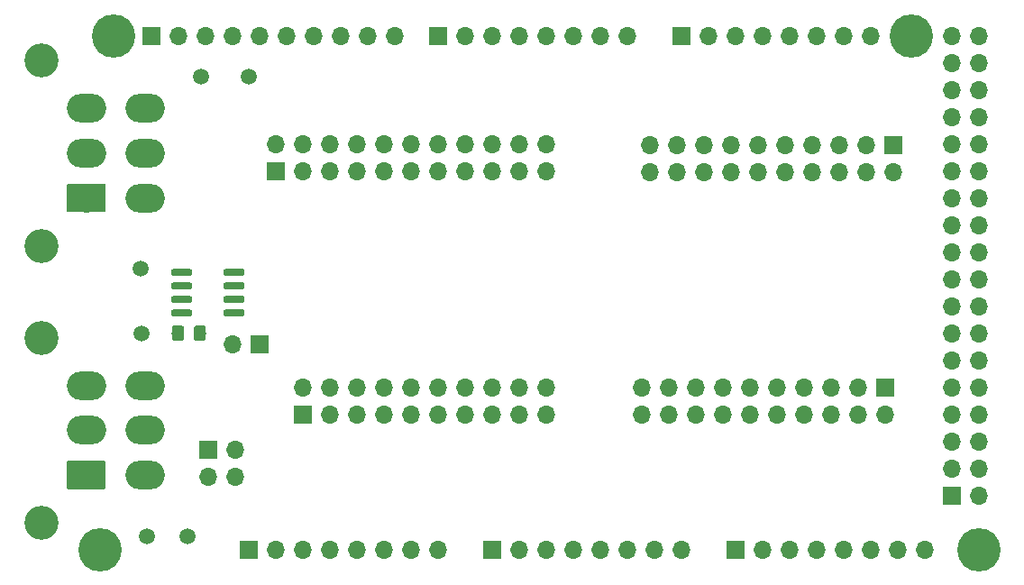
<source format=gbr>
G04 #@! TF.GenerationSoftware,KiCad,Pcbnew,(5.1.4)-1*
G04 #@! TF.CreationDate,2020-11-08T11:56:58-07:00*
G04 #@! TF.ProjectId,ABSIS_Mega,41425349-535f-44d6-9567-612e6b696361,rev?*
G04 #@! TF.SameCoordinates,Original*
G04 #@! TF.FileFunction,Soldermask,Top*
G04 #@! TF.FilePolarity,Negative*
%FSLAX46Y46*%
G04 Gerber Fmt 4.6, Leading zero omitted, Abs format (unit mm)*
G04 Created by KiCad (PCBNEW (5.1.4)-1) date 2020-11-08 11:56:58*
%MOMM*%
%LPD*%
G04 APERTURE LIST*
%ADD10C,0.100000*%
%ADD11C,2.700000*%
%ADD12O,3.700000X2.700000*%
%ADD13C,3.200000*%
%ADD14C,4.064000*%
%ADD15R,1.700000X1.700000*%
%ADD16O,1.700000X1.700000*%
%ADD17C,1.150000*%
%ADD18C,1.500000*%
%ADD19C,0.600000*%
G04 APERTURE END LIST*
D10*
G36*
X117702503Y-84757204D02*
G01*
X117726772Y-84760804D01*
X117750570Y-84766765D01*
X117773670Y-84775030D01*
X117795849Y-84785520D01*
X117816892Y-84798133D01*
X117836598Y-84812748D01*
X117854776Y-84829224D01*
X117871252Y-84847402D01*
X117885867Y-84867108D01*
X117898480Y-84888151D01*
X117908970Y-84910330D01*
X117917235Y-84933430D01*
X117923196Y-84957228D01*
X117926796Y-84981497D01*
X117928000Y-85006001D01*
X117928000Y-87205999D01*
X117926796Y-87230503D01*
X117923196Y-87254772D01*
X117917235Y-87278570D01*
X117908970Y-87301670D01*
X117898480Y-87323849D01*
X117885867Y-87344892D01*
X117871252Y-87364598D01*
X117854776Y-87382776D01*
X117836598Y-87399252D01*
X117816892Y-87413867D01*
X117795849Y-87426480D01*
X117773670Y-87436970D01*
X117750570Y-87445235D01*
X117726772Y-87451196D01*
X117702503Y-87454796D01*
X117677999Y-87456000D01*
X114478001Y-87456000D01*
X114453497Y-87454796D01*
X114429228Y-87451196D01*
X114405430Y-87445235D01*
X114382330Y-87436970D01*
X114360151Y-87426480D01*
X114339108Y-87413867D01*
X114319402Y-87399252D01*
X114301224Y-87382776D01*
X114284748Y-87364598D01*
X114270133Y-87344892D01*
X114257520Y-87323849D01*
X114247030Y-87301670D01*
X114238765Y-87278570D01*
X114232804Y-87254772D01*
X114229204Y-87230503D01*
X114228000Y-87205999D01*
X114228000Y-85006001D01*
X114229204Y-84981497D01*
X114232804Y-84957228D01*
X114238765Y-84933430D01*
X114247030Y-84910330D01*
X114257520Y-84888151D01*
X114270133Y-84867108D01*
X114284748Y-84847402D01*
X114301224Y-84829224D01*
X114319402Y-84812748D01*
X114339108Y-84798133D01*
X114360151Y-84785520D01*
X114382330Y-84775030D01*
X114405430Y-84766765D01*
X114429228Y-84760804D01*
X114453497Y-84757204D01*
X114478001Y-84756000D01*
X117677999Y-84756000D01*
X117702503Y-84757204D01*
X117702503Y-84757204D01*
G37*
D11*
X116078000Y-86106000D03*
D12*
X116078000Y-81906000D03*
X116078000Y-77706000D03*
X121578000Y-86106000D03*
X121578000Y-81906000D03*
X121578000Y-77706000D03*
D13*
X111878000Y-90606000D03*
X111878000Y-73206000D03*
D14*
X117348000Y-119126000D03*
X199898000Y-119126000D03*
X118618000Y-70866000D03*
X193548000Y-70866000D03*
D15*
X197358000Y-114046000D03*
D16*
X199898000Y-114046000D03*
X197358000Y-111506000D03*
X199898000Y-111506000D03*
X197358000Y-108966000D03*
X199898000Y-108966000D03*
X197358000Y-106426000D03*
X199898000Y-106426000D03*
X197358000Y-103886000D03*
X199898000Y-103886000D03*
X197358000Y-101346000D03*
X199898000Y-101346000D03*
X197358000Y-98806000D03*
X199898000Y-98806000D03*
X197358000Y-96266000D03*
X199898000Y-96266000D03*
X197358000Y-93726000D03*
X199898000Y-93726000D03*
X197358000Y-91186000D03*
X199898000Y-91186000D03*
X197358000Y-88646000D03*
X199898000Y-88646000D03*
X197358000Y-86106000D03*
X199898000Y-86106000D03*
X197358000Y-83566000D03*
X199898000Y-83566000D03*
X197358000Y-81026000D03*
X199898000Y-81026000D03*
X197358000Y-78486000D03*
X199898000Y-78486000D03*
X197358000Y-75946000D03*
X199898000Y-75946000D03*
X197358000Y-73406000D03*
X199898000Y-73406000D03*
X197358000Y-70866000D03*
X199898000Y-70866000D03*
D15*
X131318000Y-119126000D03*
D16*
X133858000Y-119126000D03*
X136398000Y-119126000D03*
X138938000Y-119126000D03*
X141478000Y-119126000D03*
X144018000Y-119126000D03*
X146558000Y-119126000D03*
X149098000Y-119126000D03*
D15*
X154178000Y-119126000D03*
D16*
X156718000Y-119126000D03*
X159258000Y-119126000D03*
X161798000Y-119126000D03*
X164338000Y-119126000D03*
X166878000Y-119126000D03*
X169418000Y-119126000D03*
X171958000Y-119126000D03*
D15*
X177038000Y-119126000D03*
D16*
X179578000Y-119126000D03*
X182118000Y-119126000D03*
X184658000Y-119126000D03*
X187198000Y-119126000D03*
X189738000Y-119126000D03*
X192278000Y-119126000D03*
X194818000Y-119126000D03*
D15*
X122174000Y-70866000D03*
D16*
X124714000Y-70866000D03*
X127254000Y-70866000D03*
X129794000Y-70866000D03*
X132334000Y-70866000D03*
X134874000Y-70866000D03*
X137414000Y-70866000D03*
X139954000Y-70866000D03*
X142494000Y-70866000D03*
X145034000Y-70866000D03*
X166878000Y-70866000D03*
X164338000Y-70866000D03*
X161798000Y-70866000D03*
X159258000Y-70866000D03*
X156718000Y-70866000D03*
X154178000Y-70866000D03*
X151638000Y-70866000D03*
D15*
X149098000Y-70866000D03*
D16*
X189738000Y-70866000D03*
X187198000Y-70866000D03*
X184658000Y-70866000D03*
X182118000Y-70866000D03*
X179578000Y-70866000D03*
X177038000Y-70866000D03*
X174498000Y-70866000D03*
D15*
X171958000Y-70866000D03*
D10*
G36*
X127104505Y-98107204D02*
G01*
X127128773Y-98110804D01*
X127152572Y-98116765D01*
X127175671Y-98125030D01*
X127197850Y-98135520D01*
X127218893Y-98148132D01*
X127238599Y-98162747D01*
X127256777Y-98179223D01*
X127273253Y-98197401D01*
X127287868Y-98217107D01*
X127300480Y-98238150D01*
X127310970Y-98260329D01*
X127319235Y-98283428D01*
X127325196Y-98307227D01*
X127328796Y-98331495D01*
X127330000Y-98355999D01*
X127330000Y-99256001D01*
X127328796Y-99280505D01*
X127325196Y-99304773D01*
X127319235Y-99328572D01*
X127310970Y-99351671D01*
X127300480Y-99373850D01*
X127287868Y-99394893D01*
X127273253Y-99414599D01*
X127256777Y-99432777D01*
X127238599Y-99449253D01*
X127218893Y-99463868D01*
X127197850Y-99476480D01*
X127175671Y-99486970D01*
X127152572Y-99495235D01*
X127128773Y-99501196D01*
X127104505Y-99504796D01*
X127080001Y-99506000D01*
X126429999Y-99506000D01*
X126405495Y-99504796D01*
X126381227Y-99501196D01*
X126357428Y-99495235D01*
X126334329Y-99486970D01*
X126312150Y-99476480D01*
X126291107Y-99463868D01*
X126271401Y-99449253D01*
X126253223Y-99432777D01*
X126236747Y-99414599D01*
X126222132Y-99394893D01*
X126209520Y-99373850D01*
X126199030Y-99351671D01*
X126190765Y-99328572D01*
X126184804Y-99304773D01*
X126181204Y-99280505D01*
X126180000Y-99256001D01*
X126180000Y-98355999D01*
X126181204Y-98331495D01*
X126184804Y-98307227D01*
X126190765Y-98283428D01*
X126199030Y-98260329D01*
X126209520Y-98238150D01*
X126222132Y-98217107D01*
X126236747Y-98197401D01*
X126253223Y-98179223D01*
X126271401Y-98162747D01*
X126291107Y-98148132D01*
X126312150Y-98135520D01*
X126334329Y-98125030D01*
X126357428Y-98116765D01*
X126381227Y-98110804D01*
X126405495Y-98107204D01*
X126429999Y-98106000D01*
X127080001Y-98106000D01*
X127104505Y-98107204D01*
X127104505Y-98107204D01*
G37*
D17*
X126755000Y-98806000D03*
D10*
G36*
X125054505Y-98107204D02*
G01*
X125078773Y-98110804D01*
X125102572Y-98116765D01*
X125125671Y-98125030D01*
X125147850Y-98135520D01*
X125168893Y-98148132D01*
X125188599Y-98162747D01*
X125206777Y-98179223D01*
X125223253Y-98197401D01*
X125237868Y-98217107D01*
X125250480Y-98238150D01*
X125260970Y-98260329D01*
X125269235Y-98283428D01*
X125275196Y-98307227D01*
X125278796Y-98331495D01*
X125280000Y-98355999D01*
X125280000Y-99256001D01*
X125278796Y-99280505D01*
X125275196Y-99304773D01*
X125269235Y-99328572D01*
X125260970Y-99351671D01*
X125250480Y-99373850D01*
X125237868Y-99394893D01*
X125223253Y-99414599D01*
X125206777Y-99432777D01*
X125188599Y-99449253D01*
X125168893Y-99463868D01*
X125147850Y-99476480D01*
X125125671Y-99486970D01*
X125102572Y-99495235D01*
X125078773Y-99501196D01*
X125054505Y-99504796D01*
X125030001Y-99506000D01*
X124379999Y-99506000D01*
X124355495Y-99504796D01*
X124331227Y-99501196D01*
X124307428Y-99495235D01*
X124284329Y-99486970D01*
X124262150Y-99476480D01*
X124241107Y-99463868D01*
X124221401Y-99449253D01*
X124203223Y-99432777D01*
X124186747Y-99414599D01*
X124172132Y-99394893D01*
X124159520Y-99373850D01*
X124149030Y-99351671D01*
X124140765Y-99328572D01*
X124134804Y-99304773D01*
X124131204Y-99280505D01*
X124130000Y-99256001D01*
X124130000Y-98355999D01*
X124131204Y-98331495D01*
X124134804Y-98307227D01*
X124140765Y-98283428D01*
X124149030Y-98260329D01*
X124159520Y-98238150D01*
X124172132Y-98217107D01*
X124186747Y-98197401D01*
X124203223Y-98179223D01*
X124221401Y-98162747D01*
X124241107Y-98148132D01*
X124262150Y-98135520D01*
X124284329Y-98125030D01*
X124307428Y-98116765D01*
X124331227Y-98110804D01*
X124355495Y-98107204D01*
X124379999Y-98106000D01*
X125030001Y-98106000D01*
X125054505Y-98107204D01*
X125054505Y-98107204D01*
G37*
D17*
X124705000Y-98806000D03*
D13*
X111878000Y-99241000D03*
X111878000Y-116641000D03*
D12*
X121578000Y-103741000D03*
X121578000Y-107941000D03*
X121578000Y-112141000D03*
X116078000Y-103741000D03*
X116078000Y-107941000D03*
D10*
G36*
X117702503Y-110792204D02*
G01*
X117726772Y-110795804D01*
X117750570Y-110801765D01*
X117773670Y-110810030D01*
X117795849Y-110820520D01*
X117816892Y-110833133D01*
X117836598Y-110847748D01*
X117854776Y-110864224D01*
X117871252Y-110882402D01*
X117885867Y-110902108D01*
X117898480Y-110923151D01*
X117908970Y-110945330D01*
X117917235Y-110968430D01*
X117923196Y-110992228D01*
X117926796Y-111016497D01*
X117928000Y-111041001D01*
X117928000Y-113240999D01*
X117926796Y-113265503D01*
X117923196Y-113289772D01*
X117917235Y-113313570D01*
X117908970Y-113336670D01*
X117898480Y-113358849D01*
X117885867Y-113379892D01*
X117871252Y-113399598D01*
X117854776Y-113417776D01*
X117836598Y-113434252D01*
X117816892Y-113448867D01*
X117795849Y-113461480D01*
X117773670Y-113471970D01*
X117750570Y-113480235D01*
X117726772Y-113486196D01*
X117702503Y-113489796D01*
X117677999Y-113491000D01*
X114478001Y-113491000D01*
X114453497Y-113489796D01*
X114429228Y-113486196D01*
X114405430Y-113480235D01*
X114382330Y-113471970D01*
X114360151Y-113461480D01*
X114339108Y-113448867D01*
X114319402Y-113434252D01*
X114301224Y-113417776D01*
X114284748Y-113399598D01*
X114270133Y-113379892D01*
X114257520Y-113358849D01*
X114247030Y-113336670D01*
X114238765Y-113313570D01*
X114232804Y-113289772D01*
X114229204Y-113265503D01*
X114228000Y-113240999D01*
X114228000Y-111041001D01*
X114229204Y-111016497D01*
X114232804Y-110992228D01*
X114238765Y-110968430D01*
X114247030Y-110945330D01*
X114257520Y-110923151D01*
X114270133Y-110902108D01*
X114284748Y-110882402D01*
X114301224Y-110864224D01*
X114319402Y-110847748D01*
X114339108Y-110833133D01*
X114360151Y-110820520D01*
X114382330Y-110810030D01*
X114405430Y-110801765D01*
X114429228Y-110795804D01*
X114453497Y-110792204D01*
X114478001Y-110791000D01*
X117677999Y-110791000D01*
X117702503Y-110792204D01*
X117702503Y-110792204D01*
G37*
D11*
X116078000Y-112141000D03*
D15*
X133858000Y-83566000D03*
D16*
X133858000Y-81026000D03*
X136398000Y-83566000D03*
X136398000Y-81026000D03*
X138938000Y-83566000D03*
X138938000Y-81026000D03*
X141478000Y-83566000D03*
X141478000Y-81026000D03*
X144018000Y-83566000D03*
X144018000Y-81026000D03*
X146558000Y-83566000D03*
X146558000Y-81026000D03*
X149098000Y-83566000D03*
X149098000Y-81026000D03*
X151638000Y-83566000D03*
X151638000Y-81026000D03*
X154178000Y-83566000D03*
X154178000Y-81026000D03*
X156718000Y-83566000D03*
X156718000Y-81026000D03*
X159258000Y-83566000D03*
X159258000Y-81026000D03*
D15*
X136398000Y-106426000D03*
D16*
X136398000Y-103886000D03*
X138938000Y-106426000D03*
X138938000Y-103886000D03*
X141478000Y-106426000D03*
X141478000Y-103886000D03*
X144018000Y-106426000D03*
X144018000Y-103886000D03*
X146558000Y-106426000D03*
X146558000Y-103886000D03*
X149098000Y-106426000D03*
X149098000Y-103886000D03*
X151638000Y-106426000D03*
X151638000Y-103886000D03*
X154178000Y-106426000D03*
X154178000Y-103886000D03*
X156718000Y-106426000D03*
X156718000Y-103886000D03*
X159258000Y-106426000D03*
X159258000Y-103886000D03*
D15*
X132334000Y-99822000D03*
D16*
X129794000Y-99822000D03*
D18*
X126873000Y-74676000D03*
X125603000Y-117856000D03*
X121793000Y-117856000D03*
X131318000Y-74676000D03*
X121221500Y-92710000D03*
X121285000Y-98869500D03*
D10*
G36*
X130822703Y-96601722D02*
G01*
X130837264Y-96603882D01*
X130851543Y-96607459D01*
X130865403Y-96612418D01*
X130878710Y-96618712D01*
X130891336Y-96626280D01*
X130903159Y-96635048D01*
X130914066Y-96644934D01*
X130923952Y-96655841D01*
X130932720Y-96667664D01*
X130940288Y-96680290D01*
X130946582Y-96693597D01*
X130951541Y-96707457D01*
X130955118Y-96721736D01*
X130957278Y-96736297D01*
X130958000Y-96751000D01*
X130958000Y-97051000D01*
X130957278Y-97065703D01*
X130955118Y-97080264D01*
X130951541Y-97094543D01*
X130946582Y-97108403D01*
X130940288Y-97121710D01*
X130932720Y-97134336D01*
X130923952Y-97146159D01*
X130914066Y-97157066D01*
X130903159Y-97166952D01*
X130891336Y-97175720D01*
X130878710Y-97183288D01*
X130865403Y-97189582D01*
X130851543Y-97194541D01*
X130837264Y-97198118D01*
X130822703Y-97200278D01*
X130808000Y-97201000D01*
X129158000Y-97201000D01*
X129143297Y-97200278D01*
X129128736Y-97198118D01*
X129114457Y-97194541D01*
X129100597Y-97189582D01*
X129087290Y-97183288D01*
X129074664Y-97175720D01*
X129062841Y-97166952D01*
X129051934Y-97157066D01*
X129042048Y-97146159D01*
X129033280Y-97134336D01*
X129025712Y-97121710D01*
X129019418Y-97108403D01*
X129014459Y-97094543D01*
X129010882Y-97080264D01*
X129008722Y-97065703D01*
X129008000Y-97051000D01*
X129008000Y-96751000D01*
X129008722Y-96736297D01*
X129010882Y-96721736D01*
X129014459Y-96707457D01*
X129019418Y-96693597D01*
X129025712Y-96680290D01*
X129033280Y-96667664D01*
X129042048Y-96655841D01*
X129051934Y-96644934D01*
X129062841Y-96635048D01*
X129074664Y-96626280D01*
X129087290Y-96618712D01*
X129100597Y-96612418D01*
X129114457Y-96607459D01*
X129128736Y-96603882D01*
X129143297Y-96601722D01*
X129158000Y-96601000D01*
X130808000Y-96601000D01*
X130822703Y-96601722D01*
X130822703Y-96601722D01*
G37*
D19*
X129983000Y-96901000D03*
D10*
G36*
X130822703Y-95331722D02*
G01*
X130837264Y-95333882D01*
X130851543Y-95337459D01*
X130865403Y-95342418D01*
X130878710Y-95348712D01*
X130891336Y-95356280D01*
X130903159Y-95365048D01*
X130914066Y-95374934D01*
X130923952Y-95385841D01*
X130932720Y-95397664D01*
X130940288Y-95410290D01*
X130946582Y-95423597D01*
X130951541Y-95437457D01*
X130955118Y-95451736D01*
X130957278Y-95466297D01*
X130958000Y-95481000D01*
X130958000Y-95781000D01*
X130957278Y-95795703D01*
X130955118Y-95810264D01*
X130951541Y-95824543D01*
X130946582Y-95838403D01*
X130940288Y-95851710D01*
X130932720Y-95864336D01*
X130923952Y-95876159D01*
X130914066Y-95887066D01*
X130903159Y-95896952D01*
X130891336Y-95905720D01*
X130878710Y-95913288D01*
X130865403Y-95919582D01*
X130851543Y-95924541D01*
X130837264Y-95928118D01*
X130822703Y-95930278D01*
X130808000Y-95931000D01*
X129158000Y-95931000D01*
X129143297Y-95930278D01*
X129128736Y-95928118D01*
X129114457Y-95924541D01*
X129100597Y-95919582D01*
X129087290Y-95913288D01*
X129074664Y-95905720D01*
X129062841Y-95896952D01*
X129051934Y-95887066D01*
X129042048Y-95876159D01*
X129033280Y-95864336D01*
X129025712Y-95851710D01*
X129019418Y-95838403D01*
X129014459Y-95824543D01*
X129010882Y-95810264D01*
X129008722Y-95795703D01*
X129008000Y-95781000D01*
X129008000Y-95481000D01*
X129008722Y-95466297D01*
X129010882Y-95451736D01*
X129014459Y-95437457D01*
X129019418Y-95423597D01*
X129025712Y-95410290D01*
X129033280Y-95397664D01*
X129042048Y-95385841D01*
X129051934Y-95374934D01*
X129062841Y-95365048D01*
X129074664Y-95356280D01*
X129087290Y-95348712D01*
X129100597Y-95342418D01*
X129114457Y-95337459D01*
X129128736Y-95333882D01*
X129143297Y-95331722D01*
X129158000Y-95331000D01*
X130808000Y-95331000D01*
X130822703Y-95331722D01*
X130822703Y-95331722D01*
G37*
D19*
X129983000Y-95631000D03*
D10*
G36*
X130822703Y-94061722D02*
G01*
X130837264Y-94063882D01*
X130851543Y-94067459D01*
X130865403Y-94072418D01*
X130878710Y-94078712D01*
X130891336Y-94086280D01*
X130903159Y-94095048D01*
X130914066Y-94104934D01*
X130923952Y-94115841D01*
X130932720Y-94127664D01*
X130940288Y-94140290D01*
X130946582Y-94153597D01*
X130951541Y-94167457D01*
X130955118Y-94181736D01*
X130957278Y-94196297D01*
X130958000Y-94211000D01*
X130958000Y-94511000D01*
X130957278Y-94525703D01*
X130955118Y-94540264D01*
X130951541Y-94554543D01*
X130946582Y-94568403D01*
X130940288Y-94581710D01*
X130932720Y-94594336D01*
X130923952Y-94606159D01*
X130914066Y-94617066D01*
X130903159Y-94626952D01*
X130891336Y-94635720D01*
X130878710Y-94643288D01*
X130865403Y-94649582D01*
X130851543Y-94654541D01*
X130837264Y-94658118D01*
X130822703Y-94660278D01*
X130808000Y-94661000D01*
X129158000Y-94661000D01*
X129143297Y-94660278D01*
X129128736Y-94658118D01*
X129114457Y-94654541D01*
X129100597Y-94649582D01*
X129087290Y-94643288D01*
X129074664Y-94635720D01*
X129062841Y-94626952D01*
X129051934Y-94617066D01*
X129042048Y-94606159D01*
X129033280Y-94594336D01*
X129025712Y-94581710D01*
X129019418Y-94568403D01*
X129014459Y-94554543D01*
X129010882Y-94540264D01*
X129008722Y-94525703D01*
X129008000Y-94511000D01*
X129008000Y-94211000D01*
X129008722Y-94196297D01*
X129010882Y-94181736D01*
X129014459Y-94167457D01*
X129019418Y-94153597D01*
X129025712Y-94140290D01*
X129033280Y-94127664D01*
X129042048Y-94115841D01*
X129051934Y-94104934D01*
X129062841Y-94095048D01*
X129074664Y-94086280D01*
X129087290Y-94078712D01*
X129100597Y-94072418D01*
X129114457Y-94067459D01*
X129128736Y-94063882D01*
X129143297Y-94061722D01*
X129158000Y-94061000D01*
X130808000Y-94061000D01*
X130822703Y-94061722D01*
X130822703Y-94061722D01*
G37*
D19*
X129983000Y-94361000D03*
D10*
G36*
X130822703Y-92791722D02*
G01*
X130837264Y-92793882D01*
X130851543Y-92797459D01*
X130865403Y-92802418D01*
X130878710Y-92808712D01*
X130891336Y-92816280D01*
X130903159Y-92825048D01*
X130914066Y-92834934D01*
X130923952Y-92845841D01*
X130932720Y-92857664D01*
X130940288Y-92870290D01*
X130946582Y-92883597D01*
X130951541Y-92897457D01*
X130955118Y-92911736D01*
X130957278Y-92926297D01*
X130958000Y-92941000D01*
X130958000Y-93241000D01*
X130957278Y-93255703D01*
X130955118Y-93270264D01*
X130951541Y-93284543D01*
X130946582Y-93298403D01*
X130940288Y-93311710D01*
X130932720Y-93324336D01*
X130923952Y-93336159D01*
X130914066Y-93347066D01*
X130903159Y-93356952D01*
X130891336Y-93365720D01*
X130878710Y-93373288D01*
X130865403Y-93379582D01*
X130851543Y-93384541D01*
X130837264Y-93388118D01*
X130822703Y-93390278D01*
X130808000Y-93391000D01*
X129158000Y-93391000D01*
X129143297Y-93390278D01*
X129128736Y-93388118D01*
X129114457Y-93384541D01*
X129100597Y-93379582D01*
X129087290Y-93373288D01*
X129074664Y-93365720D01*
X129062841Y-93356952D01*
X129051934Y-93347066D01*
X129042048Y-93336159D01*
X129033280Y-93324336D01*
X129025712Y-93311710D01*
X129019418Y-93298403D01*
X129014459Y-93284543D01*
X129010882Y-93270264D01*
X129008722Y-93255703D01*
X129008000Y-93241000D01*
X129008000Y-92941000D01*
X129008722Y-92926297D01*
X129010882Y-92911736D01*
X129014459Y-92897457D01*
X129019418Y-92883597D01*
X129025712Y-92870290D01*
X129033280Y-92857664D01*
X129042048Y-92845841D01*
X129051934Y-92834934D01*
X129062841Y-92825048D01*
X129074664Y-92816280D01*
X129087290Y-92808712D01*
X129100597Y-92802418D01*
X129114457Y-92797459D01*
X129128736Y-92793882D01*
X129143297Y-92791722D01*
X129158000Y-92791000D01*
X130808000Y-92791000D01*
X130822703Y-92791722D01*
X130822703Y-92791722D01*
G37*
D19*
X129983000Y-93091000D03*
D10*
G36*
X125872703Y-92791722D02*
G01*
X125887264Y-92793882D01*
X125901543Y-92797459D01*
X125915403Y-92802418D01*
X125928710Y-92808712D01*
X125941336Y-92816280D01*
X125953159Y-92825048D01*
X125964066Y-92834934D01*
X125973952Y-92845841D01*
X125982720Y-92857664D01*
X125990288Y-92870290D01*
X125996582Y-92883597D01*
X126001541Y-92897457D01*
X126005118Y-92911736D01*
X126007278Y-92926297D01*
X126008000Y-92941000D01*
X126008000Y-93241000D01*
X126007278Y-93255703D01*
X126005118Y-93270264D01*
X126001541Y-93284543D01*
X125996582Y-93298403D01*
X125990288Y-93311710D01*
X125982720Y-93324336D01*
X125973952Y-93336159D01*
X125964066Y-93347066D01*
X125953159Y-93356952D01*
X125941336Y-93365720D01*
X125928710Y-93373288D01*
X125915403Y-93379582D01*
X125901543Y-93384541D01*
X125887264Y-93388118D01*
X125872703Y-93390278D01*
X125858000Y-93391000D01*
X124208000Y-93391000D01*
X124193297Y-93390278D01*
X124178736Y-93388118D01*
X124164457Y-93384541D01*
X124150597Y-93379582D01*
X124137290Y-93373288D01*
X124124664Y-93365720D01*
X124112841Y-93356952D01*
X124101934Y-93347066D01*
X124092048Y-93336159D01*
X124083280Y-93324336D01*
X124075712Y-93311710D01*
X124069418Y-93298403D01*
X124064459Y-93284543D01*
X124060882Y-93270264D01*
X124058722Y-93255703D01*
X124058000Y-93241000D01*
X124058000Y-92941000D01*
X124058722Y-92926297D01*
X124060882Y-92911736D01*
X124064459Y-92897457D01*
X124069418Y-92883597D01*
X124075712Y-92870290D01*
X124083280Y-92857664D01*
X124092048Y-92845841D01*
X124101934Y-92834934D01*
X124112841Y-92825048D01*
X124124664Y-92816280D01*
X124137290Y-92808712D01*
X124150597Y-92802418D01*
X124164457Y-92797459D01*
X124178736Y-92793882D01*
X124193297Y-92791722D01*
X124208000Y-92791000D01*
X125858000Y-92791000D01*
X125872703Y-92791722D01*
X125872703Y-92791722D01*
G37*
D19*
X125033000Y-93091000D03*
D10*
G36*
X125872703Y-94061722D02*
G01*
X125887264Y-94063882D01*
X125901543Y-94067459D01*
X125915403Y-94072418D01*
X125928710Y-94078712D01*
X125941336Y-94086280D01*
X125953159Y-94095048D01*
X125964066Y-94104934D01*
X125973952Y-94115841D01*
X125982720Y-94127664D01*
X125990288Y-94140290D01*
X125996582Y-94153597D01*
X126001541Y-94167457D01*
X126005118Y-94181736D01*
X126007278Y-94196297D01*
X126008000Y-94211000D01*
X126008000Y-94511000D01*
X126007278Y-94525703D01*
X126005118Y-94540264D01*
X126001541Y-94554543D01*
X125996582Y-94568403D01*
X125990288Y-94581710D01*
X125982720Y-94594336D01*
X125973952Y-94606159D01*
X125964066Y-94617066D01*
X125953159Y-94626952D01*
X125941336Y-94635720D01*
X125928710Y-94643288D01*
X125915403Y-94649582D01*
X125901543Y-94654541D01*
X125887264Y-94658118D01*
X125872703Y-94660278D01*
X125858000Y-94661000D01*
X124208000Y-94661000D01*
X124193297Y-94660278D01*
X124178736Y-94658118D01*
X124164457Y-94654541D01*
X124150597Y-94649582D01*
X124137290Y-94643288D01*
X124124664Y-94635720D01*
X124112841Y-94626952D01*
X124101934Y-94617066D01*
X124092048Y-94606159D01*
X124083280Y-94594336D01*
X124075712Y-94581710D01*
X124069418Y-94568403D01*
X124064459Y-94554543D01*
X124060882Y-94540264D01*
X124058722Y-94525703D01*
X124058000Y-94511000D01*
X124058000Y-94211000D01*
X124058722Y-94196297D01*
X124060882Y-94181736D01*
X124064459Y-94167457D01*
X124069418Y-94153597D01*
X124075712Y-94140290D01*
X124083280Y-94127664D01*
X124092048Y-94115841D01*
X124101934Y-94104934D01*
X124112841Y-94095048D01*
X124124664Y-94086280D01*
X124137290Y-94078712D01*
X124150597Y-94072418D01*
X124164457Y-94067459D01*
X124178736Y-94063882D01*
X124193297Y-94061722D01*
X124208000Y-94061000D01*
X125858000Y-94061000D01*
X125872703Y-94061722D01*
X125872703Y-94061722D01*
G37*
D19*
X125033000Y-94361000D03*
D10*
G36*
X125872703Y-95331722D02*
G01*
X125887264Y-95333882D01*
X125901543Y-95337459D01*
X125915403Y-95342418D01*
X125928710Y-95348712D01*
X125941336Y-95356280D01*
X125953159Y-95365048D01*
X125964066Y-95374934D01*
X125973952Y-95385841D01*
X125982720Y-95397664D01*
X125990288Y-95410290D01*
X125996582Y-95423597D01*
X126001541Y-95437457D01*
X126005118Y-95451736D01*
X126007278Y-95466297D01*
X126008000Y-95481000D01*
X126008000Y-95781000D01*
X126007278Y-95795703D01*
X126005118Y-95810264D01*
X126001541Y-95824543D01*
X125996582Y-95838403D01*
X125990288Y-95851710D01*
X125982720Y-95864336D01*
X125973952Y-95876159D01*
X125964066Y-95887066D01*
X125953159Y-95896952D01*
X125941336Y-95905720D01*
X125928710Y-95913288D01*
X125915403Y-95919582D01*
X125901543Y-95924541D01*
X125887264Y-95928118D01*
X125872703Y-95930278D01*
X125858000Y-95931000D01*
X124208000Y-95931000D01*
X124193297Y-95930278D01*
X124178736Y-95928118D01*
X124164457Y-95924541D01*
X124150597Y-95919582D01*
X124137290Y-95913288D01*
X124124664Y-95905720D01*
X124112841Y-95896952D01*
X124101934Y-95887066D01*
X124092048Y-95876159D01*
X124083280Y-95864336D01*
X124075712Y-95851710D01*
X124069418Y-95838403D01*
X124064459Y-95824543D01*
X124060882Y-95810264D01*
X124058722Y-95795703D01*
X124058000Y-95781000D01*
X124058000Y-95481000D01*
X124058722Y-95466297D01*
X124060882Y-95451736D01*
X124064459Y-95437457D01*
X124069418Y-95423597D01*
X124075712Y-95410290D01*
X124083280Y-95397664D01*
X124092048Y-95385841D01*
X124101934Y-95374934D01*
X124112841Y-95365048D01*
X124124664Y-95356280D01*
X124137290Y-95348712D01*
X124150597Y-95342418D01*
X124164457Y-95337459D01*
X124178736Y-95333882D01*
X124193297Y-95331722D01*
X124208000Y-95331000D01*
X125858000Y-95331000D01*
X125872703Y-95331722D01*
X125872703Y-95331722D01*
G37*
D19*
X125033000Y-95631000D03*
D10*
G36*
X125872703Y-96601722D02*
G01*
X125887264Y-96603882D01*
X125901543Y-96607459D01*
X125915403Y-96612418D01*
X125928710Y-96618712D01*
X125941336Y-96626280D01*
X125953159Y-96635048D01*
X125964066Y-96644934D01*
X125973952Y-96655841D01*
X125982720Y-96667664D01*
X125990288Y-96680290D01*
X125996582Y-96693597D01*
X126001541Y-96707457D01*
X126005118Y-96721736D01*
X126007278Y-96736297D01*
X126008000Y-96751000D01*
X126008000Y-97051000D01*
X126007278Y-97065703D01*
X126005118Y-97080264D01*
X126001541Y-97094543D01*
X125996582Y-97108403D01*
X125990288Y-97121710D01*
X125982720Y-97134336D01*
X125973952Y-97146159D01*
X125964066Y-97157066D01*
X125953159Y-97166952D01*
X125941336Y-97175720D01*
X125928710Y-97183288D01*
X125915403Y-97189582D01*
X125901543Y-97194541D01*
X125887264Y-97198118D01*
X125872703Y-97200278D01*
X125858000Y-97201000D01*
X124208000Y-97201000D01*
X124193297Y-97200278D01*
X124178736Y-97198118D01*
X124164457Y-97194541D01*
X124150597Y-97189582D01*
X124137290Y-97183288D01*
X124124664Y-97175720D01*
X124112841Y-97166952D01*
X124101934Y-97157066D01*
X124092048Y-97146159D01*
X124083280Y-97134336D01*
X124075712Y-97121710D01*
X124069418Y-97108403D01*
X124064459Y-97094543D01*
X124060882Y-97080264D01*
X124058722Y-97065703D01*
X124058000Y-97051000D01*
X124058000Y-96751000D01*
X124058722Y-96736297D01*
X124060882Y-96721736D01*
X124064459Y-96707457D01*
X124069418Y-96693597D01*
X124075712Y-96680290D01*
X124083280Y-96667664D01*
X124092048Y-96655841D01*
X124101934Y-96644934D01*
X124112841Y-96635048D01*
X124124664Y-96626280D01*
X124137290Y-96618712D01*
X124150597Y-96612418D01*
X124164457Y-96607459D01*
X124178736Y-96603882D01*
X124193297Y-96601722D01*
X124208000Y-96601000D01*
X125858000Y-96601000D01*
X125872703Y-96601722D01*
X125872703Y-96601722D01*
G37*
D19*
X125033000Y-96901000D03*
D15*
X191135000Y-103949500D03*
D16*
X191135000Y-106489500D03*
X188595000Y-103949500D03*
X188595000Y-106489500D03*
X186055000Y-103949500D03*
X186055000Y-106489500D03*
X183515000Y-103949500D03*
X183515000Y-106489500D03*
X180975000Y-103949500D03*
X180975000Y-106489500D03*
X178435000Y-103949500D03*
X178435000Y-106489500D03*
X175895000Y-103949500D03*
X175895000Y-106489500D03*
X173355000Y-103949500D03*
X173355000Y-106489500D03*
X170815000Y-103949500D03*
X170815000Y-106489500D03*
X168275000Y-103949500D03*
X168275000Y-106489500D03*
X169037000Y-83693000D03*
X169037000Y-81153000D03*
X171577000Y-83693000D03*
X171577000Y-81153000D03*
X174117000Y-83693000D03*
X174117000Y-81153000D03*
X176657000Y-83693000D03*
X176657000Y-81153000D03*
X179197000Y-83693000D03*
X179197000Y-81153000D03*
X181737000Y-83693000D03*
X181737000Y-81153000D03*
X184277000Y-83693000D03*
X184277000Y-81153000D03*
X186817000Y-83693000D03*
X186817000Y-81153000D03*
X189357000Y-83693000D03*
X189357000Y-81153000D03*
X191897000Y-83693000D03*
D15*
X191897000Y-81153000D03*
X127508000Y-109728000D03*
D16*
X130048000Y-109728000D03*
X127508000Y-112268000D03*
X130048000Y-112268000D03*
M02*

</source>
